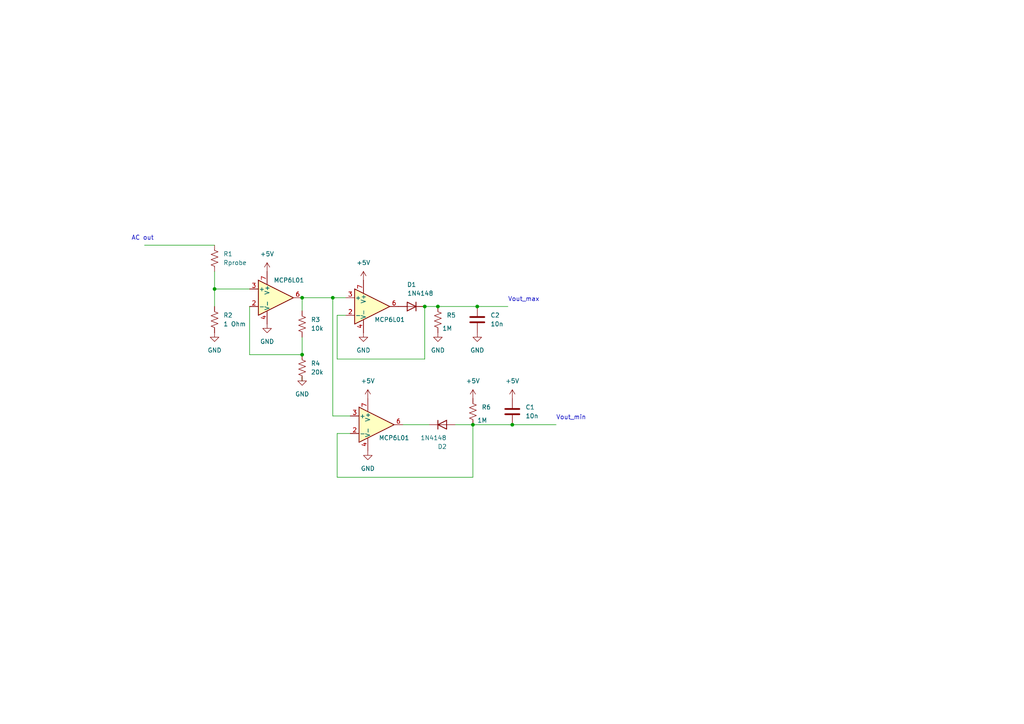
<source format=kicad_sch>
(kicad_sch (version 20230121) (generator eeschema)
  (paper "A4")
  (lib_symbols
    (symbol "Amplifier_Operational:MCP601-xST" (pin_names (offset 0.127))
      (property "Reference" "U" (at 0 6.35 0))
      (property "Value" "MCP601-xST" (at 0 3.81 0))
      (symbol "MCP601-xST_0_1"
        (polyline (pts (xy -5.08 5.08) (xy 5.08 0) (xy -5.08 -5.08) (xy -5.08 5.08)) (stroke (width 0.254)) (fill (type background)))
      )
      (symbol "MCP601-xST_1_1"
        (pin no_connect line (at -2.54 2.54 270) (length 2.54) hide (name "NC") (number "1"))
        (pin input line (at -7.62 -2.54 0) (length 2.54) (name "-") (number "2"))
        (pin input line (at -7.62 2.54 0) (length 2.54) (name "+") (number "3"))
        (pin power_in line (at -2.54 -7.62 90) (length 3.81) (name "V-") (number "4"))
        (pin no_connect line (at 0 2.54 270) (length 2.54) hide (name "NC") (number "5"))
        (pin output line (at 7.62 0 180) (length 2.54) (name "~") (number "6"))
        (pin power_in line (at -2.54 7.62 270) (length 3.81) (name "V+") (number "7"))
        (pin no_connect line (at 0 -2.54 90) (length 2.54) hide (name "NC") (number "8"))
      )
    )
    (symbol "Device:C" (pin_numbers hide) (pin_names (offset 0.254))
      (property "Reference" "C" (at 0.635 2.54 0))
      (property "Value" "C" (at 0.635 -2.54 0))
      (symbol "C_0_1"
        (polyline (pts (xy -2.032 -0.762) (xy 2.032 -0.762)) (stroke (width 0.508)))
        (polyline (pts (xy -2.032 0.762) (xy 2.032 0.762)) (stroke (width 0.508)))
      )
      (symbol "C_1_1"
        (pin passive line (at 0 3.81 270) (length 2.794) (name "~") (number "1"))
        (pin passive line (at 0 -3.81 90) (length 2.794) (name "~") (number "2"))
      )
    )
    (symbol "Device:D" (pin_numbers hide) (pin_names (offset 1.016) hide)
      (property "Reference" "D" (at 0 2.54 0))
      (property "Value" "D" (at 0 -2.54 0))
      (symbol "D_0_1"
        (polyline (pts (xy -1.27 1.27) (xy -1.27 -1.27)) (stroke (width 0.254)))
        (polyline (pts (xy 1.27 0) (xy -1.27 0)))
        (polyline (pts (xy 1.27 1.27) (xy 1.27 -1.27) (xy -1.27 0) (xy 1.27 1.27)) (stroke (width 0.254)))
      )
      (symbol "D_1_1"
        (pin passive line (at -3.81 0 0) (length 2.54) (name "K") (number "1"))
        (pin passive line (at 3.81 0 180) (length 2.54) (name "A") (number "2"))
      )
    )
    (symbol "Device:R_US" (pin_numbers hide) (pin_names (offset 0))
      (property "Reference" "R" (at 2.54 0 90))
      (property "Value" "R_US" (at -2.54 0 90))
      (symbol "R_US_0_1"
        (polyline (pts (xy 0 -2.286) (xy 0 -2.54)))
        (polyline (pts (xy 0 2.286) (xy 0 2.54)))
        (polyline (pts (xy 0 -0.762) (xy 1.016 -1.143) (xy 0 -1.524) (xy -1.016 -1.905) (xy 0 -2.286)))
        (polyline (pts (xy 0 0.762) (xy 1.016 0.381) (xy 0 0) (xy -1.016 -0.381) (xy 0 -0.762)))
        (polyline (pts (xy 0 2.286) (xy 1.016 1.905) (xy 0 1.524) (xy -1.016 1.143) (xy 0 0.762)))
      )
      (symbol "R_US_1_1"
        (pin passive line (at 0 3.81 270) (length 1.27) (name "~") (number "1"))
        (pin passive line (at 0 -3.81 90) (length 1.27) (name "~") (number "2"))
      )
    )
    (symbol "power:+5V" (power) (pin_names (offset 0))
      (property "Value" "+5V" (at 0 3.556 0))
      (symbol "+5V_0_1"
        (polyline (pts (xy -0.762 1.27) (xy 0 2.54)))
        (polyline (pts (xy 0 0) (xy 0 2.54)))
        (polyline (pts (xy 0 2.54) (xy 0.762 1.27)))
      )
      (symbol "+5V_1_1"
        (pin power_in line (at 0 0 90) (length 0) hide (name "+5V") (number "1"))
      )
    )
    (symbol "power:GND" (power) (pin_names (offset 0))
      (property "Value" "GND" (at 0 -3.81 0))
      (symbol "GND_0_1"
        (polyline (pts (xy 0 0) (xy 0 -1.27) (xy 1.27 -1.27) (xy 0 -2.54) (xy -1.27 -1.27) (xy 0 -1.27)))
      )
      (symbol "GND_1_1"
        (pin power_in line (at 0 0 270) (length 0) hide (name "GND") (number "1"))
      )
    )
  )
  (junction (at 137.16 123.19))
  (junction (at 148.59 123.19))
  (junction (at 96.52 86.36))
  (junction (at 87.63 102.87))
  (junction (at 62.23 83.82))
  (junction (at 123.19 88.9))
  (junction (at 87.63 86.36))
  (junction (at 127 88.9))
  (junction (at 138.43 88.9))
  (wire (pts (xy 41.91 71.12) (xy 62.23 71.12)))
  (wire (pts (xy 62.23 78.74) (xy 62.23 83.82)))
  (wire (pts (xy 96.52 120.65) (xy 101.6 120.65)))
  (wire (pts (xy 87.63 90.17) (xy 87.63 86.36)))
  (wire (pts (xy 97.79 138.43) (xy 97.79 125.73)))
  (wire (pts (xy 127 88.9) (xy 138.43 88.9)))
  (wire (pts (xy 72.39 102.87) (xy 87.63 102.87)))
  (wire (pts (xy 97.79 125.73) (xy 101.6 125.73)))
  (wire (pts (xy 87.63 109.22) (xy 87.63 110.49)))
  (wire (pts (xy 97.79 104.14) (xy 123.19 104.14)))
  (wire (pts (xy 96.52 86.36) (xy 96.52 120.65)))
  (wire (pts (xy 62.23 83.82) (xy 72.39 83.82)))
  (wire (pts (xy 137.16 123.19) (xy 137.16 138.43)))
  (wire (pts (xy 87.63 97.79) (xy 87.63 102.87)))
  (wire (pts (xy 137.16 123.19) (xy 148.59 123.19)))
  (wire (pts (xy 97.79 91.44) (xy 100.33 91.44)))
  (wire (pts (xy 97.79 91.44) (xy 97.79 104.14)))
  (wire (pts (xy 148.59 123.19) (xy 161.29 123.19)))
  (wire (pts (xy 123.19 104.14) (xy 123.19 88.9)))
  (wire (pts (xy 124.46 123.19) (xy 116.84 123.19)))
  (wire (pts (xy 137.16 138.43) (xy 97.79 138.43)))
  (wire (pts (xy 62.23 83.82) (xy 62.23 88.9)))
  (wire (pts (xy 123.19 88.9) (xy 127 88.9)))
  (wire (pts (xy 87.63 86.36) (xy 96.52 86.36)))
  (wire (pts (xy 132.08 123.19) (xy 137.16 123.19)))
  (wire (pts (xy 72.39 88.9) (xy 72.39 102.87)))
  (wire (pts (xy 138.43 88.9) (xy 147.32 88.9)))
  (wire (pts (xy 96.52 86.36) (xy 100.33 86.36)))
  (text "Vout_max" (at 147.32 87.63 0) (effects (font (size 1.27 1.27)) (justify left bottom)))
  (text "Vout_min" (at 161.29 121.92 0) (effects (font (size 1.27 1.27)) (justify left bottom)))
  (text "AC out" (at 38.1 69.85 0) (effects (font (size 1.27 1.27)) (justify left bottom)))
  (symbol (lib_id "Device:D") (at 119.38 88.9 180) (unit 1)
    (property "Reference" "D1" (at 119.38 82.55 0))
    (property "Value" "1N4148" (at 121.92 85.09 0))
    (property "Sim.Device" "D" (effects hide))
    (property "Sim.Pins" "1=K 2=A" (effects hide))
  )
  (symbol (lib_id "Device:R_US") (at 87.63 93.98 0) (unit 1)
    (property "Reference" "R3" (at 90.17 92.71 0) (effects (justify left)))
    (property "Value" "10k" (at 90.17 95.25 0) (effects (justify left)))
  )
  (symbol (lib_id "Device:R_US") (at 87.63 106.68 0) (unit 1)
    (property "Reference" "R4" (at 90.17 105.41 0) (effects (justify left)))
    (property "Value" "20k" (at 90.17 107.95 0) (effects (justify left)))
  )
  (symbol (lib_id "Amplifier_Operational:MCP601-xST") (at 109.22 123.19 0) (unit 1)
    (property "Reference" "U3" (effects hide))
    (property "Value" "MCP6L01" (at 114.3 127 0))
    (property "Footprint" "Package_SO:TSSOP-8_4.4x3mm_P0.65mm" (effects hide))
    (property "Datasheet" "http://ww1.microchip.com/downloads/en/DeviceDoc/21314g.pdf" (effects hide))
  )
  (symbol (lib_id "power:+5V") (at 105.41 81.28 0) (unit 1)
    (property "Reference" "#PWR08" (effects hide))
    (property "Value" "+5V" (at 105.41 76.2 0))
  )
  (symbol (lib_id "power:+5V") (at 137.16 115.57 0) (unit 1)
    (property "Reference" "#PWR011" (effects hide))
    (property "Value" "+5V" (at 137.16 110.49 0))
  )
  (symbol (lib_id "Amplifier_Operational:MCP601-xST") (at 107.95 88.9 0) (unit 1)
    (property "Reference" "U2" (effects hide))
    (property "Value" "MCP6L01" (at 113.03 92.71 0))
    (property "Footprint" "Package_SO:TSSOP-8_4.4x3mm_P0.65mm" (effects hide))
    (property "Datasheet" "http://ww1.microchip.com/downloads/en/DeviceDoc/21314g.pdf" (effects hide))
  )
  (symbol (lib_id "Amplifier_Operational:MCP601-xST") (at 80.01 86.36 0) (unit 1)
    (property "Reference" "U1" (effects hide))
    (property "Value" "MCP6L01" (at 83.82 81.28 0))
    (property "Footprint" "Package_SO:TSSOP-8_4.4x3mm_P0.65mm" (effects hide))
    (property "Datasheet" "http://ww1.microchip.com/downloads/en/DeviceDoc/21314g.pdf" (effects hide))
  )
  (symbol (lib_id "power:+5V") (at 77.47 78.74 0) (unit 1)
    (property "Reference" "#PWR02" (effects hide))
    (property "Value" "+5V" (at 77.47 73.66 0))
  )
  (symbol (lib_id "power:+5V") (at 106.68 115.57 0) (unit 1)
    (property "Reference" "#PWR09" (effects hide))
    (property "Value" "+5V" (at 106.68 110.49 0))
  )
  (symbol (lib_id "power:GND") (at 127 96.52 0) (unit 1)
    (property "Reference" "#PWR06" (effects hide))
    (property "Value" "GND" (at 127 101.6 0))
  )
  (symbol (lib_id "power:GND") (at 106.68 130.81 0) (unit 1)
    (property "Reference" "#PWR010" (effects hide))
    (property "Value" "GND" (at 106.68 135.89 0))
  )
  (symbol (lib_id "power:+5V") (at 148.59 115.57 0) (unit 1)
    (property "Reference" "#PWR012" (effects hide))
    (property "Value" "+5V" (at 148.59 110.49 0))
  )
  (symbol (lib_id "power:GND") (at 138.43 96.52 0) (unit 1)
    (property "Reference" "#PWR07" (effects hide))
    (property "Value" "GND" (at 138.43 101.6 0))
  )
  (symbol (lib_id "Device:R_US") (at 62.23 74.93 0) (unit 1)
    (property "Reference" "R1" (at 64.77 73.66 0) (effects (justify left)))
    (property "Value" "Rprobe" (at 64.77 76.2 0) (effects (justify left)))
  )
  (symbol (lib_id "Device:C") (at 148.59 119.38 0) (unit 1)
    (property "Reference" "C1" (at 152.4 118.11 0) (effects (justify left)))
    (property "Value" "10n" (at 152.4 120.65 0) (effects (justify left)))
  )
  (symbol (lib_id "power:GND") (at 77.47 93.98 0) (unit 1)
    (property "Reference" "#PWR04" (effects hide))
    (property "Value" "GND" (at 77.47 99.06 0))
  )
  (symbol (lib_id "power:GND") (at 62.23 96.52 0) (unit 1)
    (property "Reference" "#PWR01" (effects hide))
    (property "Value" "GND" (at 62.23 101.6 0))
  )
  (symbol (lib_id "Device:R_US") (at 137.16 119.38 0) (unit 1)
    (property "Reference" "R6" (at 139.7 118.11 0) (effects (justify left)))
    (property "Value" "1M" (at 138.43 121.92 0) (effects (justify left)))
  )
  (symbol (lib_id "power:GND") (at 87.63 109.22 0) (unit 1)
    (property "Reference" "#PWR03" (effects hide))
    (property "Value" "GND" (at 87.63 114.3 0))
  )
  (symbol (lib_id "power:GND") (at 105.41 96.52 0) (unit 1)
    (property "Reference" "#PWR05" (effects hide))
    (property "Value" "GND" (at 105.41 101.6 0))
  )
  (symbol (lib_id "Device:D") (at 128.27 123.19 0) (unit 1)
    (property "Reference" "D2" (at 128.27 129.54 0))
    (property "Value" "1N4148" (at 125.73 127 0))
    (property "Sim.Device" "D" (effects hide))
    (property "Sim.Pins" "1=K 2=A" (effects hide))
  )
  (symbol (lib_id "Device:C") (at 138.43 92.71 0) (unit 1)
    (property "Reference" "C2" (at 142.24 91.44 0) (effects (justify left)))
    (property "Value" "10n" (at 142.24 93.98 0) (effects (justify left)))
  )
  (symbol (lib_id "Device:R_US") (at 62.23 92.71 0) (unit 1)
    (property "Reference" "R2" (at 64.77 91.44 0) (effects (justify left)))
    (property "Value" "1 Ohm" (at 64.77 93.98 0) (effects (justify left)))
  )
  (symbol (lib_id "Device:R_US") (at 127 92.71 0) (unit 1)
    (property "Reference" "R5" (at 129.54 91.44 0) (effects (justify left)))
    (property "Value" "1M" (at 128.27 95.25 0) (effects (justify left)))
  )
)
</source>
